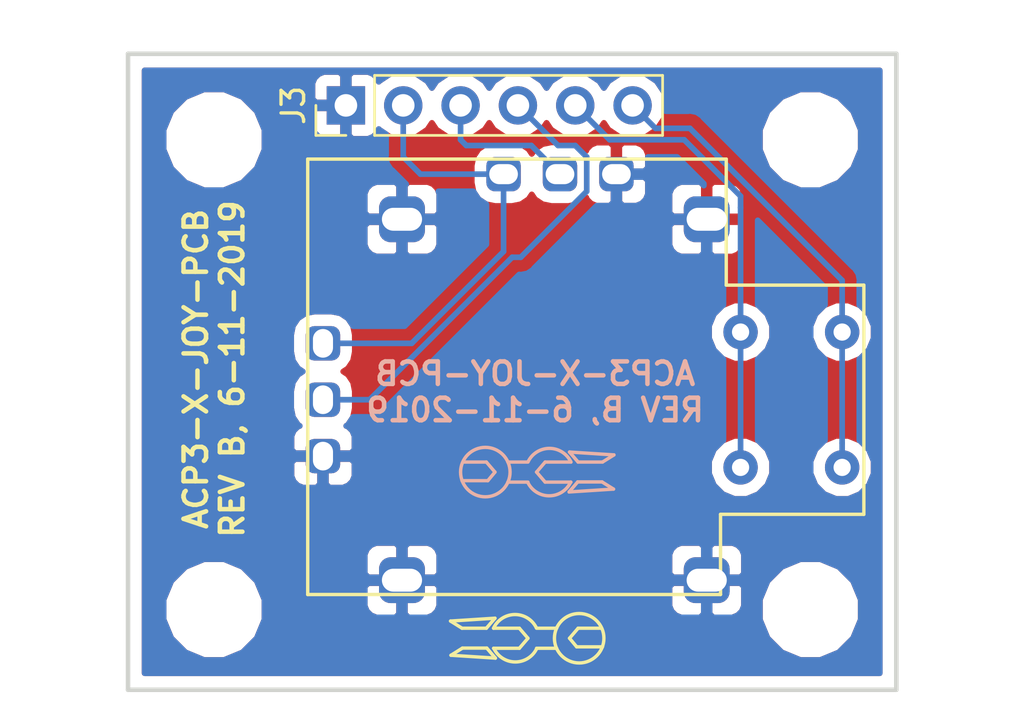
<source format=kicad_pcb>
(kicad_pcb (version 20171130) (host pcbnew "(5.0.0)")

  (general
    (thickness 1.6)
    (drawings 6)
    (tracks 31)
    (zones 0)
    (modules 8)
    (nets 7)
  )

  (page A4)
  (layers
    (0 F.Cu signal)
    (31 B.Cu signal)
    (32 B.Adhes user)
    (33 F.Adhes user)
    (34 B.Paste user)
    (35 F.Paste user)
    (36 B.SilkS user)
    (37 F.SilkS user)
    (38 B.Mask user)
    (39 F.Mask user)
    (40 Dwgs.User user)
    (41 Cmts.User user)
    (42 Eco1.User user)
    (43 Eco2.User user)
    (44 Edge.Cuts user)
    (45 Margin user)
    (46 B.CrtYd user)
    (47 F.CrtYd user)
    (48 B.Fab user)
    (49 F.Fab user)
  )

  (setup
    (last_trace_width 0.25)
    (trace_clearance 0.2)
    (zone_clearance 0.508)
    (zone_45_only no)
    (trace_min 0.2)
    (segment_width 0.2)
    (edge_width 0.1)
    (via_size 0.8)
    (via_drill 0.4)
    (via_min_size 0.4)
    (via_min_drill 0.3)
    (uvia_size 0.3)
    (uvia_drill 0.1)
    (uvias_allowed no)
    (uvia_min_size 0.2)
    (uvia_min_drill 0.1)
    (pcb_text_width 0.3)
    (pcb_text_size 1.5 1.5)
    (mod_edge_width 0.15)
    (mod_text_size 1 1)
    (mod_text_width 0.15)
    (pad_size 1.5 1.5)
    (pad_drill 0.6)
    (pad_to_mask_clearance 0.0508)
    (aux_axis_origin 0 0)
    (visible_elements 7FFFFFFF)
    (pcbplotparams
      (layerselection 0x010fc_ffffffff)
      (usegerberextensions false)
      (usegerberattributes false)
      (usegerberadvancedattributes false)
      (creategerberjobfile false)
      (excludeedgelayer true)
      (linewidth 0.254000)
      (plotframeref false)
      (viasonmask false)
      (mode 1)
      (useauxorigin false)
      (hpglpennumber 1)
      (hpglpenspeed 20)
      (hpglpendiameter 15.000000)
      (psnegative false)
      (psa4output false)
      (plotreference true)
      (plotvalue true)
      (plotinvisibletext false)
      (padsonsilk false)
      (subtractmaskfromsilk false)
      (outputformat 1)
      (mirror false)
      (drillshape 1)
      (scaleselection 1)
      (outputdirectory ""))
  )

  (net 0 "")
  (net 1 GND)
  (net 2 VCC)
  (net 3 16)
  (net 4 17)
  (net 5 BH)
  (net 6 10)

  (net_class Default "This is the default net class."
    (clearance 0.2)
    (trace_width 0.25)
    (via_dia 0.8)
    (via_drill 0.4)
    (uvia_dia 0.3)
    (uvia_drill 0.1)
    (add_net 10)
    (add_net 16)
    (add_net 17)
    (add_net BH)
    (add_net GND)
    (add_net VCC)
  )

  (module AOR_custom:JOYSTICK (layer F.Cu) (tedit 5D003120) (tstamp 5CC510AB)
    (at 131.404 95.344)
    (path /5CC518F3)
    (fp_text reference RV1 (at 1 -0.7) (layer F.SilkS) hide
      (effects (font (size 1.524 1.524) (thickness 0.3)))
    )
    (fp_text value joystick (at 1.75 -0.7) (layer F.SilkS) hide
      (effects (font (size 1.524 1.524) (thickness 0.3)))
    )
    (fp_line (start 7.366 -10.668) (end -11.176 -10.668) (layer F.SilkS) (width 0.15))
    (fp_line (start 7.366 -5.08) (end 7.366 -10.668) (layer F.SilkS) (width 0.15))
    (fp_line (start 13.462 -5.08) (end 7.366 -5.08) (layer F.SilkS) (width 0.15))
    (fp_line (start 13.462 5.08) (end 13.462 -5.08) (layer F.SilkS) (width 0.15))
    (fp_line (start 7.112 5.08) (end 13.462 5.08) (layer F.SilkS) (width 0.15))
    (fp_line (start 7.112 8.636) (end 7.112 5.08) (layer F.SilkS) (width 0.15))
    (fp_line (start -11.176 8.636) (end 7.112 8.636) (layer F.SilkS) (width 0.15))
    (fp_line (start -11.176 -10.668) (end -11.176 8.636) (layer F.SilkS) (width 0.15))
    (pad 14 thru_hole roundrect (at -7 8) (size 2.032 2.032) (drill oval 1.778 1.016) (layers *.Cu *.Mask) (roundrect_rratio 0.25)
      (net 1 GND))
    (pad 13 thru_hole roundrect (at 6.5 8) (size 2.032 2.032) (drill oval 1.778 1.016) (layers *.Cu *.Mask) (roundrect_rratio 0.25)
      (net 1 GND))
    (pad 12 thru_hole roundrect (at 6.5 -8) (size 2.032 2.032) (drill oval 1.778 1.016) (layers *.Cu *.Mask) (roundrect_rratio 0.25)
      (net 1 GND))
    (pad 11 thru_hole roundrect (at -7 -8) (size 2.032 2.032) (drill oval 1.778 1.016) (layers *.Cu *.Mask) (roundrect_rratio 0.25)
      (net 1 GND))
    (pad 10 thru_hole circle (at 12.5 3) (size 1.524 1.524) (drill 0.762) (layers *.Cu *.Mask)
      (net 6 10))
    (pad 9 thru_hole circle (at 8 3) (size 1.524 1.524) (drill 0.762) (layers *.Cu *.Mask)
      (net 5 BH))
    (pad 8 thru_hole circle (at 12.5 -3) (size 1.524 1.524) (drill 0.762) (layers *.Cu *.Mask)
      (net 6 10))
    (pad 7 thru_hole circle (at 8 -3) (size 1.524 1.524) (drill 0.762) (layers *.Cu *.Mask)
      (net 5 BH))
    (pad 6 thru_hole roundrect (at -10.5 2.5) (size 1.524 1.524) (drill oval 0.889 1.27) (layers *.Cu *.Mask) (roundrect_rratio 0.25)
      (net 1 GND))
    (pad 5 thru_hole roundrect (at -10.5 0) (size 1.524 1.524) (drill oval 0.889 1.27) (layers *.Cu *.Mask) (roundrect_rratio 0.25)
      (net 4 17))
    (pad 4 thru_hole roundrect (at -10.5 -2.5) (size 1.524 1.524) (drill oval 0.889 1.27) (layers *.Cu *.Mask) (roundrect_rratio 0.25)
      (net 2 VCC))
    (pad 3 thru_hole roundrect (at 2.5 -10) (size 1.524 1.524) (drill oval 1.27 0.889) (layers *.Cu *.Mask) (roundrect_rratio 0.25)
      (net 1 GND))
    (pad 2 thru_hole roundrect (at 0 -10) (size 1.524 1.524) (drill oval 1.27 0.889) (layers *.Cu *.Mask) (roundrect_rratio 0.25)
      (net 3 16))
    (pad 1 thru_hole roundrect (at -2.5 -10) (size 1.524 1.524) (drill oval 1.27 0.889) (layers *.Cu *.Mask) (roundrect_rratio 0.25)
      (net 2 VCC))
  )

  (module AOR_custom:AOR_LOGO (layer B.Cu) (tedit 5C26ADAA) (tstamp 5CC51C38)
    (at 130.302 98.552 180)
    (fp_text reference G*** (at 0 0 180) (layer B.SilkS) hide
      (effects (font (size 1.524 1.524) (thickness 0.3)) (justify mirror))
    )
    (fp_text value AOR_LOGO (at 0.75 0 180) (layer B.SilkS) hide
      (effects (font (size 1.524 1.524) (thickness 0.3)) (justify mirror))
    )
    (fp_circle (center 2.205821 0) (end 3.285321 -0.1905) (layer B.SilkS) (width 0.15))
    (fp_arc (start -0.622642 0) (end -1.575141 -0.444499) (angle 128.4180553) (layer B.SilkS) (width 0.15))
    (fp_arc (start -0.635 0) (end -1.587499 0.444499) (angle -128.4180553) (layer B.SilkS) (width 0.15))
    (fp_line (start -1.5875 0.4445) (end -0.4445 0.4445) (layer B.SilkS) (width 0.15))
    (fp_line (start -0.4445 0.4445) (end -0.0635 0) (layer B.SilkS) (width 0.15))
    (fp_line (start -0.0635 0) (end -0.4445 -0.4445) (layer B.SilkS) (width 0.15))
    (fp_line (start -0.4445 -0.4445) (end -1.5875 -0.4445) (layer B.SilkS) (width 0.15))
    (fp_line (start 0.3175 0.4445) (end 1.2065 0.4445) (layer B.SilkS) (width 0.15))
    (fp_line (start 0.3175 -0.4445) (end 1.2065 -0.4445) (layer B.SilkS) (width 0.15))
    (fp_line (start 1.778 0) (end 2.159 0.4445) (layer B.SilkS) (width 0.15))
    (fp_line (start 2.159 0.4445) (end 3.175 0.4445) (layer B.SilkS) (width 0.15))
    (fp_line (start 1.778 0) (end 2.0955 -0.381) (layer B.SilkS) (width 0.15))
    (fp_line (start 2.0955 -0.381) (end 3.2385 -0.381) (layer B.SilkS) (width 0.15))
    (fp_line (start -1.905 0.4445) (end -2.9845 0.4445) (layer B.SilkS) (width 0.15))
    (fp_line (start -2.9845 0.4445) (end -3.4925 0.762) (layer B.SilkS) (width 0.15))
    (fp_line (start -3.4925 0.762) (end -1.524 0.889) (layer B.SilkS) (width 0.15))
    (fp_line (start -1.524 0.889) (end -1.905 0.4445) (layer B.SilkS) (width 0.15))
    (fp_line (start -1.505128 -0.88103) (end -1.886128 -0.43653) (layer B.SilkS) (width 0.15))
    (fp_line (start -1.886128 -0.43653) (end -2.965628 -0.43653) (layer B.SilkS) (width 0.15))
    (fp_line (start -3.473628 -0.75403) (end -1.505128 -0.88103) (layer B.SilkS) (width 0.15))
    (fp_line (start -2.965628 -0.43653) (end -3.473628 -0.75403) (layer B.SilkS) (width 0.15))
  )

  (module MountingHole:MountingHole_3.2mm_M3 (layer F.Cu) (tedit 5CC50E71) (tstamp 5CC516B5)
    (at 116.078 83.82)
    (descr "Mounting Hole 3.2mm, no annular, M3")
    (tags "mounting hole 3.2mm no annular m3")
    (attr virtual)
    (fp_text reference "" (at 0 -4.2) (layer F.SilkS)
      (effects (font (size 1 1) (thickness 0.15)))
    )
    (fp_text value MountingHole_3.2mm_M3 (at 0 4.2) (layer F.Fab)
      (effects (font (size 1 1) (thickness 0.15)))
    )
    (fp_text user %R (at 0.3 0) (layer F.Fab)
      (effects (font (size 1 1) (thickness 0.15)))
    )
    (fp_circle (center 0 0) (end 3.2 0) (layer Cmts.User) (width 0.15))
    (fp_circle (center 0 0) (end 3.45 0) (layer F.CrtYd) (width 0.05))
    (pad 1 np_thru_hole circle (at 0 0) (size 3.2 3.2) (drill 3.2) (layers *.Cu *.Mask))
  )

  (module MountingHole:MountingHole_3.2mm_M3 (layer F.Cu) (tedit 5CC50E71) (tstamp 5CC516A7)
    (at 116.078 104.648)
    (descr "Mounting Hole 3.2mm, no annular, M3")
    (tags "mounting hole 3.2mm no annular m3")
    (attr virtual)
    (fp_text reference "" (at 0 -4.2) (layer F.SilkS)
      (effects (font (size 1 1) (thickness 0.15)))
    )
    (fp_text value MountingHole_3.2mm_M3 (at 0 4.2) (layer F.Fab)
      (effects (font (size 1 1) (thickness 0.15)))
    )
    (fp_circle (center 0 0) (end 3.45 0) (layer F.CrtYd) (width 0.05))
    (fp_circle (center 0 0) (end 3.2 0) (layer Cmts.User) (width 0.15))
    (fp_text user %R (at 0.3 0) (layer F.Fab)
      (effects (font (size 1 1) (thickness 0.15)))
    )
    (pad 1 np_thru_hole circle (at 0 0) (size 3.2 3.2) (drill 3.2) (layers *.Cu *.Mask))
  )

  (module MountingHole:MountingHole_3.2mm_M3 (layer F.Cu) (tedit 5CC50E71) (tstamp 5CC51699)
    (at 142.494 104.648)
    (descr "Mounting Hole 3.2mm, no annular, M3")
    (tags "mounting hole 3.2mm no annular m3")
    (attr virtual)
    (fp_text reference "" (at 0 -4.2) (layer F.SilkS)
      (effects (font (size 1 1) (thickness 0.15)))
    )
    (fp_text value MountingHole_3.2mm_M3 (at 0 4.2) (layer F.Fab)
      (effects (font (size 1 1) (thickness 0.15)))
    )
    (fp_text user %R (at 0.3 0) (layer F.Fab)
      (effects (font (size 1 1) (thickness 0.15)))
    )
    (fp_circle (center 0 0) (end 3.2 0) (layer Cmts.User) (width 0.15))
    (fp_circle (center 0 0) (end 3.45 0) (layer F.CrtYd) (width 0.05))
    (pad 1 np_thru_hole circle (at 0 0) (size 3.2 3.2) (drill 3.2) (layers *.Cu *.Mask))
  )

  (module Connector_PinHeader_2.54mm:PinHeader_1x06_P2.54mm_Vertical (layer F.Cu) (tedit 59FED5CC) (tstamp 5CC51091)
    (at 121.92 82.296 90)
    (descr "Through hole straight pin header, 1x06, 2.54mm pitch, single row")
    (tags "Through hole pin header THT 1x06 2.54mm single row")
    (path /5CC14918)
    (fp_text reference J3 (at 0 -2.33 90) (layer F.SilkS)
      (effects (font (size 1 1) (thickness 0.15)))
    )
    (fp_text value Conn_01x06 (at 0 15.03 90) (layer F.Fab)
      (effects (font (size 1 1) (thickness 0.15)))
    )
    (fp_line (start -0.635 -1.27) (end 1.27 -1.27) (layer F.Fab) (width 0.1))
    (fp_line (start 1.27 -1.27) (end 1.27 13.97) (layer F.Fab) (width 0.1))
    (fp_line (start 1.27 13.97) (end -1.27 13.97) (layer F.Fab) (width 0.1))
    (fp_line (start -1.27 13.97) (end -1.27 -0.635) (layer F.Fab) (width 0.1))
    (fp_line (start -1.27 -0.635) (end -0.635 -1.27) (layer F.Fab) (width 0.1))
    (fp_line (start -1.33 14.03) (end 1.33 14.03) (layer F.SilkS) (width 0.12))
    (fp_line (start -1.33 1.27) (end -1.33 14.03) (layer F.SilkS) (width 0.12))
    (fp_line (start 1.33 1.27) (end 1.33 14.03) (layer F.SilkS) (width 0.12))
    (fp_line (start -1.33 1.27) (end 1.33 1.27) (layer F.SilkS) (width 0.12))
    (fp_line (start -1.33 0) (end -1.33 -1.33) (layer F.SilkS) (width 0.12))
    (fp_line (start -1.33 -1.33) (end 0 -1.33) (layer F.SilkS) (width 0.12))
    (fp_line (start -1.8 -1.8) (end -1.8 14.5) (layer F.CrtYd) (width 0.05))
    (fp_line (start -1.8 14.5) (end 1.8 14.5) (layer F.CrtYd) (width 0.05))
    (fp_line (start 1.8 14.5) (end 1.8 -1.8) (layer F.CrtYd) (width 0.05))
    (fp_line (start 1.8 -1.8) (end -1.8 -1.8) (layer F.CrtYd) (width 0.05))
    (fp_text user %R (at 0 6.35 180) (layer F.Fab)
      (effects (font (size 1 1) (thickness 0.15)))
    )
    (pad 1 thru_hole rect (at 0 0 90) (size 1.7 1.7) (drill 1) (layers *.Cu *.Mask)
      (net 1 GND))
    (pad 2 thru_hole oval (at 0 2.54 90) (size 1.7 1.7) (drill 1) (layers *.Cu *.Mask)
      (net 2 VCC))
    (pad 3 thru_hole oval (at 0 5.08 90) (size 1.7 1.7) (drill 1) (layers *.Cu *.Mask)
      (net 3 16))
    (pad 4 thru_hole oval (at 0 7.62 90) (size 1.7 1.7) (drill 1) (layers *.Cu *.Mask)
      (net 4 17))
    (pad 5 thru_hole oval (at 0 10.16 90) (size 1.7 1.7) (drill 1) (layers *.Cu *.Mask)
      (net 5 BH))
    (pad 6 thru_hole oval (at 0 12.7 90) (size 1.7 1.7) (drill 1) (layers *.Cu *.Mask)
      (net 6 10))
    (model ${KISYS3DMOD}/Connector_PinHeader_2.54mm.3dshapes/PinHeader_1x06_P2.54mm_Vertical.wrl
      (at (xyz 0 0 0))
      (scale (xyz 1 1 1))
      (rotate (xyz 0 0 0))
    )
  )

  (module MountingHole:MountingHole_3.2mm_M3 (layer F.Cu) (tedit 5CC50E71) (tstamp 5CC51688)
    (at 142.494 83.82)
    (descr "Mounting Hole 3.2mm, no annular, M3")
    (tags "mounting hole 3.2mm no annular m3")
    (attr virtual)
    (fp_text reference "" (at 0 -4.2) (layer F.SilkS)
      (effects (font (size 1 1) (thickness 0.15)))
    )
    (fp_text value MountingHole_3.2mm_M3 (at 0 4.2) (layer F.Fab)
      (effects (font (size 1 1) (thickness 0.15)))
    )
    (fp_circle (center 0 0) (end 3.45 0) (layer F.CrtYd) (width 0.05))
    (fp_circle (center 0 0) (end 3.2 0) (layer Cmts.User) (width 0.15))
    (fp_text user %R (at 0.3 0) (layer F.Fab)
      (effects (font (size 1 1) (thickness 0.15)))
    )
    (pad 1 np_thru_hole circle (at 0 0) (size 3.2 3.2) (drill 3.2) (layers *.Cu *.Mask))
  )

  (module AOR_custom:AOR_LOGO (layer F.Cu) (tedit 5C26ADAA) (tstamp 5CC51C1E)
    (at 130.048 105.918)
    (fp_text reference G*** (at 0 0) (layer F.SilkS) hide
      (effects (font (size 1.524 1.524) (thickness 0.3)))
    )
    (fp_text value AOR_LOGO (at 0.75 0) (layer F.SilkS) hide
      (effects (font (size 1.524 1.524) (thickness 0.3)))
    )
    (fp_line (start -2.965628 0.43653) (end -3.473628 0.75403) (layer F.SilkS) (width 0.15))
    (fp_line (start -3.473628 0.75403) (end -1.505128 0.88103) (layer F.SilkS) (width 0.15))
    (fp_line (start -1.886128 0.43653) (end -2.965628 0.43653) (layer F.SilkS) (width 0.15))
    (fp_line (start -1.505128 0.88103) (end -1.886128 0.43653) (layer F.SilkS) (width 0.15))
    (fp_line (start -1.524 -0.889) (end -1.905 -0.4445) (layer F.SilkS) (width 0.15))
    (fp_line (start -3.4925 -0.762) (end -1.524 -0.889) (layer F.SilkS) (width 0.15))
    (fp_line (start -2.9845 -0.4445) (end -3.4925 -0.762) (layer F.SilkS) (width 0.15))
    (fp_line (start -1.905 -0.4445) (end -2.9845 -0.4445) (layer F.SilkS) (width 0.15))
    (fp_line (start 2.0955 0.381) (end 3.2385 0.381) (layer F.SilkS) (width 0.15))
    (fp_line (start 1.778 0) (end 2.0955 0.381) (layer F.SilkS) (width 0.15))
    (fp_line (start 2.159 -0.4445) (end 3.175 -0.4445) (layer F.SilkS) (width 0.15))
    (fp_line (start 1.778 0) (end 2.159 -0.4445) (layer F.SilkS) (width 0.15))
    (fp_line (start 0.3175 0.4445) (end 1.2065 0.4445) (layer F.SilkS) (width 0.15))
    (fp_line (start 0.3175 -0.4445) (end 1.2065 -0.4445) (layer F.SilkS) (width 0.15))
    (fp_line (start -0.4445 0.4445) (end -1.5875 0.4445) (layer F.SilkS) (width 0.15))
    (fp_line (start -0.0635 0) (end -0.4445 0.4445) (layer F.SilkS) (width 0.15))
    (fp_line (start -0.4445 -0.4445) (end -0.0635 0) (layer F.SilkS) (width 0.15))
    (fp_line (start -1.5875 -0.4445) (end -0.4445 -0.4445) (layer F.SilkS) (width 0.15))
    (fp_arc (start -0.635 0) (end -1.587499 -0.444499) (angle 128.4180553) (layer F.SilkS) (width 0.15))
    (fp_arc (start -0.622642 0) (end -1.575141 0.444499) (angle -128.4180553) (layer F.SilkS) (width 0.15))
    (fp_circle (center 2.205821 0) (end 3.285321 0.1905) (layer F.SilkS) (width 0.15))
  )

  (gr_text "ACP3-X-JOY-PCB\nREV B, 6-11-2019" (at 130.302 94.996) (layer B.SilkS) (tstamp 5CC51767)
    (effects (font (size 1 1) (thickness 0.2)) (justify mirror))
  )
  (gr_text "ACP3-X-JOY-PCB\nREV B, 6-11-2019" (at 116.078 93.98 90) (layer F.SilkS)
    (effects (font (size 1 1) (thickness 0.2)))
  )
  (gr_line (start 146.304 80.01) (end 112.268 80.01) (layer Edge.Cuts) (width 0.2))
  (gr_line (start 146.304 108.204) (end 146.304 80.01) (layer Edge.Cuts) (width 0.2))
  (gr_line (start 112.268 108.204) (end 146.304 108.204) (layer Edge.Cuts) (width 0.2))
  (gr_line (start 112.268 80.01) (end 112.268 108.204) (layer Edge.Cuts) (width 0.2))

  (segment (start 124.46 82.296) (end 124.46 84.582) (width 0.25) (layer B.Cu) (net 2))
  (segment (start 125.222 85.344) (end 128.904 85.344) (width 0.25) (layer B.Cu) (net 2))
  (segment (start 124.46 84.582) (end 125.222 85.344) (width 0.25) (layer B.Cu) (net 2))
  (segment (start 124.834 92.844) (end 120.904 92.844) (width 0.25) (layer B.Cu) (net 2))
  (segment (start 128.904 85.344) (end 128.904 88.774) (width 0.25) (layer B.Cu) (net 2))
  (segment (start 128.904 88.774) (end 124.834 92.844) (width 0.25) (layer B.Cu) (net 2))
  (segment (start 131.404 85.344) (end 130.134 84.074) (width 0.25) (layer B.Cu) (net 3))
  (segment (start 130.134 84.074) (end 127.254 84.074) (width 0.25) (layer B.Cu) (net 3))
  (segment (start 127 83.82) (end 127 82.296) (width 0.25) (layer B.Cu) (net 3))
  (segment (start 127.254 84.074) (end 127 83.82) (width 0.25) (layer B.Cu) (net 3))
  (segment (start 122.97041 95.344) (end 120.904 95.344) (width 0.25) (layer B.Cu) (net 4))
  (segment (start 129.286 89.02841) (end 122.97041 95.344) (width 0.25) (layer B.Cu) (net 4))
  (segment (start 129.54 82.296) (end 131.318 84.074) (width 0.25) (layer B.Cu) (net 4))
  (segment (start 131.318 84.074) (end 132.08 84.074) (width 0.25) (layer B.Cu) (net 4))
  (segment (start 132.08 84.074) (end 132.588 84.582) (width 0.25) (layer B.Cu) (net 4))
  (segment (start 132.588 84.582) (end 132.588 86.106) (width 0.25) (layer B.Cu) (net 4))
  (segment (start 132.588 86.106) (end 129.66559 89.02841) (width 0.25) (layer B.Cu) (net 4))
  (segment (start 129.66559 89.02841) (end 129.286 89.02841) (width 0.25) (layer B.Cu) (net 4))
  (segment (start 139.404 92.344) (end 139.404 98.344) (width 0.25) (layer B.Cu) (net 5))
  (segment (start 139.404 86.826) (end 139.404 92.344) (width 0.25) (layer B.Cu) (net 5))
  (segment (start 139.404 86.318) (end 139.404 86.826) (width 0.25) (layer B.Cu) (net 5))
  (segment (start 136.906 83.82) (end 139.404 86.318) (width 0.25) (layer B.Cu) (net 5))
  (segment (start 132.08 82.296) (end 133.604 83.82) (width 0.25) (layer B.Cu) (net 5))
  (segment (start 133.604 83.82) (end 136.906 83.82) (width 0.25) (layer B.Cu) (net 5))
  (segment (start 143.904 97.26637) (end 143.904 92.344) (width 0.25) (layer B.Cu) (net 6))
  (segment (start 143.904 98.344) (end 143.904 97.26637) (width 0.25) (layer B.Cu) (net 6))
  (segment (start 143.904 90.932) (end 143.904 92.344) (width 0.25) (layer B.Cu) (net 6))
  (segment (start 143.904 90.056) (end 143.904 90.932) (width 0.25) (layer B.Cu) (net 6))
  (segment (start 137.16 83.312) (end 143.904 90.056) (width 0.25) (layer B.Cu) (net 6))
  (segment (start 135.636 83.312) (end 137.16 83.312) (width 0.25) (layer B.Cu) (net 6))
  (segment (start 134.62 82.296) (end 135.636 83.312) (width 0.25) (layer B.Cu) (net 6))

  (zone (net 1) (net_name GND) (layer B.Cu) (tstamp 0) (hatch edge 0.508)
    (connect_pads (clearance 0.508))
    (min_thickness 0.254)
    (fill yes (arc_segments 16) (thermal_gap 0.508) (thermal_bridge_width 0.508))
    (polygon
      (pts
        (xy 112.268 80.01) (xy 146.304 80.01) (xy 146.304 108.204) (xy 112.268 108.204)
      )
    )
    (filled_polygon
      (pts
        (xy 145.569 107.469) (xy 113.003 107.469) (xy 113.003 104.203431) (xy 113.843 104.203431) (xy 113.843 105.092569)
        (xy 114.183259 105.914026) (xy 114.811974 106.542741) (xy 115.633431 106.883) (xy 116.522569 106.883) (xy 117.344026 106.542741)
        (xy 117.972741 105.914026) (xy 118.313 105.092569) (xy 118.313 104.203431) (xy 118.075374 103.62975) (xy 122.753 103.62975)
        (xy 122.753 104.48631) (xy 122.849673 104.719699) (xy 123.028302 104.898327) (xy 123.261691 104.995) (xy 124.11825 104.995)
        (xy 124.277 104.83625) (xy 124.277 103.471) (xy 124.531 103.471) (xy 124.531 104.83625) (xy 124.68975 104.995)
        (xy 125.546309 104.995) (xy 125.779698 104.898327) (xy 125.958327 104.719699) (xy 126.055 104.48631) (xy 126.055 103.62975)
        (xy 136.253 103.62975) (xy 136.253 104.48631) (xy 136.349673 104.719699) (xy 136.528302 104.898327) (xy 136.761691 104.995)
        (xy 137.61825 104.995) (xy 137.777 104.83625) (xy 137.777 103.471) (xy 138.031 103.471) (xy 138.031 104.83625)
        (xy 138.18975 104.995) (xy 139.046309 104.995) (xy 139.279698 104.898327) (xy 139.458327 104.719699) (xy 139.555 104.48631)
        (xy 139.555 104.203431) (xy 140.259 104.203431) (xy 140.259 105.092569) (xy 140.599259 105.914026) (xy 141.227974 106.542741)
        (xy 142.049431 106.883) (xy 142.938569 106.883) (xy 143.760026 106.542741) (xy 144.388741 105.914026) (xy 144.729 105.092569)
        (xy 144.729 104.203431) (xy 144.388741 103.381974) (xy 143.760026 102.753259) (xy 142.938569 102.413) (xy 142.049431 102.413)
        (xy 141.227974 102.753259) (xy 140.599259 103.381974) (xy 140.259 104.203431) (xy 139.555 104.203431) (xy 139.555 103.62975)
        (xy 139.39625 103.471) (xy 138.031 103.471) (xy 137.777 103.471) (xy 136.41175 103.471) (xy 136.253 103.62975)
        (xy 126.055 103.62975) (xy 125.89625 103.471) (xy 124.531 103.471) (xy 124.277 103.471) (xy 122.91175 103.471)
        (xy 122.753 103.62975) (xy 118.075374 103.62975) (xy 117.972741 103.381974) (xy 117.344026 102.753259) (xy 116.522569 102.413)
        (xy 115.633431 102.413) (xy 114.811974 102.753259) (xy 114.183259 103.381974) (xy 113.843 104.203431) (xy 113.003 104.203431)
        (xy 113.003 102.20169) (xy 122.753 102.20169) (xy 122.753 103.05825) (xy 122.91175 103.217) (xy 124.277 103.217)
        (xy 124.277 101.85175) (xy 124.531 101.85175) (xy 124.531 103.217) (xy 125.89625 103.217) (xy 126.055 103.05825)
        (xy 126.055 102.20169) (xy 136.253 102.20169) (xy 136.253 103.05825) (xy 136.41175 103.217) (xy 137.777 103.217)
        (xy 137.777 101.85175) (xy 138.031 101.85175) (xy 138.031 103.217) (xy 139.39625 103.217) (xy 139.555 103.05825)
        (xy 139.555 102.20169) (xy 139.458327 101.968301) (xy 139.279698 101.789673) (xy 139.046309 101.693) (xy 138.18975 101.693)
        (xy 138.031 101.85175) (xy 137.777 101.85175) (xy 137.61825 101.693) (xy 136.761691 101.693) (xy 136.528302 101.789673)
        (xy 136.349673 101.968301) (xy 136.253 102.20169) (xy 126.055 102.20169) (xy 125.958327 101.968301) (xy 125.779698 101.789673)
        (xy 125.546309 101.693) (xy 124.68975 101.693) (xy 124.531 101.85175) (xy 124.277 101.85175) (xy 124.11825 101.693)
        (xy 123.261691 101.693) (xy 123.028302 101.789673) (xy 122.849673 101.968301) (xy 122.753 102.20169) (xy 113.003 102.20169)
        (xy 113.003 98.12975) (xy 119.507 98.12975) (xy 119.507 98.73231) (xy 119.603673 98.965699) (xy 119.782302 99.144327)
        (xy 120.015691 99.241) (xy 120.61825 99.241) (xy 120.777 99.08225) (xy 120.777 97.971) (xy 121.031 97.971)
        (xy 121.031 99.08225) (xy 121.18975 99.241) (xy 121.792309 99.241) (xy 122.025698 99.144327) (xy 122.204327 98.965699)
        (xy 122.301 98.73231) (xy 122.301 98.12975) (xy 122.14225 97.971) (xy 121.031 97.971) (xy 120.777 97.971)
        (xy 119.66575 97.971) (xy 119.507 98.12975) (xy 113.003 98.12975) (xy 113.003 92.463) (xy 119.49456 92.463)
        (xy 119.49456 93.225) (xy 119.572845 93.618567) (xy 119.795783 93.952217) (xy 120.007976 94.094) (xy 119.795783 94.235783)
        (xy 119.572845 94.569433) (xy 119.49456 94.963) (xy 119.49456 95.725) (xy 119.572845 96.118567) (xy 119.795783 96.452217)
        (xy 119.875118 96.505227) (xy 119.782302 96.543673) (xy 119.603673 96.722301) (xy 119.507 96.95569) (xy 119.507 97.55825)
        (xy 119.66575 97.717) (xy 120.777 97.717) (xy 120.777 97.697) (xy 121.031 97.697) (xy 121.031 97.717)
        (xy 122.14225 97.717) (xy 122.301 97.55825) (xy 122.301 96.95569) (xy 122.204327 96.722301) (xy 122.025698 96.543673)
        (xy 121.932882 96.505227) (xy 122.012217 96.452217) (xy 122.235155 96.118567) (xy 122.238053 96.104) (xy 122.895563 96.104)
        (xy 122.97041 96.118888) (xy 123.045257 96.104) (xy 123.045262 96.104) (xy 123.266947 96.059904) (xy 123.518339 95.891929)
        (xy 123.560741 95.82847) (xy 129.599133 89.790079) (xy 129.66559 89.803298) (xy 129.740437 89.78841) (xy 129.740442 89.78841)
        (xy 129.962127 89.744314) (xy 130.213519 89.576339) (xy 130.255921 89.51288) (xy 132.139051 87.62975) (xy 136.253 87.62975)
        (xy 136.253 88.48631) (xy 136.349673 88.719699) (xy 136.528302 88.898327) (xy 136.761691 88.995) (xy 137.61825 88.995)
        (xy 137.777 88.83625) (xy 137.777 87.471) (xy 136.41175 87.471) (xy 136.253 87.62975) (xy 132.139051 87.62975)
        (xy 133.027802 86.741) (xy 133.61825 86.741) (xy 133.777 86.58225) (xy 133.777 85.471) (xy 134.031 85.471)
        (xy 134.031 86.58225) (xy 134.18975 86.741) (xy 134.792309 86.741) (xy 135.025698 86.644327) (xy 135.204327 86.465699)
        (xy 135.301 86.23231) (xy 135.301 85.62975) (xy 135.14225 85.471) (xy 134.031 85.471) (xy 133.777 85.471)
        (xy 133.757 85.471) (xy 133.757 85.217) (xy 133.777 85.217) (xy 133.777 85.197) (xy 134.031 85.197)
        (xy 134.031 85.217) (xy 135.14225 85.217) (xy 135.301 85.05825) (xy 135.301 84.58) (xy 136.591199 84.58)
        (xy 137.776998 85.7658) (xy 137.776998 85.851748) (xy 137.61825 85.693) (xy 136.761691 85.693) (xy 136.528302 85.789673)
        (xy 136.349673 85.968301) (xy 136.253 86.20169) (xy 136.253 87.05825) (xy 136.41175 87.217) (xy 137.777 87.217)
        (xy 137.777 87.197) (xy 138.031 87.197) (xy 138.031 87.217) (xy 138.051 87.217) (xy 138.051 87.471)
        (xy 138.031 87.471) (xy 138.031 88.83625) (xy 138.18975 88.995) (xy 138.644 88.995) (xy 138.644001 91.146699)
        (xy 138.612663 91.15968) (xy 138.21968 91.552663) (xy 138.007 92.066119) (xy 138.007 92.621881) (xy 138.21968 93.135337)
        (xy 138.612663 93.52832) (xy 138.644 93.5413) (xy 138.644001 97.146699) (xy 138.612663 97.15968) (xy 138.21968 97.552663)
        (xy 138.007 98.066119) (xy 138.007 98.621881) (xy 138.21968 99.135337) (xy 138.612663 99.52832) (xy 139.126119 99.741)
        (xy 139.681881 99.741) (xy 140.195337 99.52832) (xy 140.58832 99.135337) (xy 140.801 98.621881) (xy 140.801 98.066119)
        (xy 140.58832 97.552663) (xy 140.195337 97.15968) (xy 140.164 97.1467) (xy 140.164 93.5413) (xy 140.195337 93.52832)
        (xy 140.58832 93.135337) (xy 140.801 92.621881) (xy 140.801 92.066119) (xy 140.58832 91.552663) (xy 140.195337 91.15968)
        (xy 140.164 91.1467) (xy 140.164 87.390802) (xy 143.144 90.370802) (xy 143.144001 90.857145) (xy 143.144 90.857149)
        (xy 143.144 91.1467) (xy 143.112663 91.15968) (xy 142.71968 91.552663) (xy 142.507 92.066119) (xy 142.507 92.621881)
        (xy 142.71968 93.135337) (xy 143.112663 93.52832) (xy 143.144001 93.5413) (xy 143.144 97.1467) (xy 143.112663 97.15968)
        (xy 142.71968 97.552663) (xy 142.507 98.066119) (xy 142.507 98.621881) (xy 142.71968 99.135337) (xy 143.112663 99.52832)
        (xy 143.626119 99.741) (xy 144.181881 99.741) (xy 144.695337 99.52832) (xy 145.08832 99.135337) (xy 145.301 98.621881)
        (xy 145.301 98.066119) (xy 145.08832 97.552663) (xy 144.695337 97.15968) (xy 144.664 97.1467) (xy 144.664 93.5413)
        (xy 144.695337 93.52832) (xy 145.08832 93.135337) (xy 145.301 92.621881) (xy 145.301 92.066119) (xy 145.08832 91.552663)
        (xy 144.695337 91.15968) (xy 144.664 91.1467) (xy 144.664 90.130846) (xy 144.678888 90.055999) (xy 144.664 89.981152)
        (xy 144.664 89.981148) (xy 144.619904 89.759463) (xy 144.451929 89.508071) (xy 144.388473 89.465671) (xy 138.298233 83.375431)
        (xy 140.259 83.375431) (xy 140.259 84.264569) (xy 140.599259 85.086026) (xy 141.227974 85.714741) (xy 142.049431 86.055)
        (xy 142.938569 86.055) (xy 143.760026 85.714741) (xy 144.388741 85.086026) (xy 144.729 84.264569) (xy 144.729 83.375431)
        (xy 144.388741 82.553974) (xy 143.760026 81.925259) (xy 142.938569 81.585) (xy 142.049431 81.585) (xy 141.227974 81.925259)
        (xy 140.599259 82.553974) (xy 140.259 83.375431) (xy 138.298233 83.375431) (xy 137.750331 82.82753) (xy 137.707929 82.764071)
        (xy 137.456537 82.596096) (xy 137.234852 82.552) (xy 137.234847 82.552) (xy 137.16 82.537112) (xy 137.085153 82.552)
        (xy 136.083171 82.552) (xy 136.134092 82.296) (xy 136.018839 81.716582) (xy 135.690625 81.225375) (xy 135.199418 80.897161)
        (xy 134.766256 80.811) (xy 134.473744 80.811) (xy 134.040582 80.897161) (xy 133.549375 81.225375) (xy 133.35 81.523761)
        (xy 133.150625 81.225375) (xy 132.659418 80.897161) (xy 132.226256 80.811) (xy 131.933744 80.811) (xy 131.500582 80.897161)
        (xy 131.009375 81.225375) (xy 130.81 81.523761) (xy 130.610625 81.225375) (xy 130.119418 80.897161) (xy 129.686256 80.811)
        (xy 129.393744 80.811) (xy 128.960582 80.897161) (xy 128.469375 81.225375) (xy 128.27 81.523761) (xy 128.070625 81.225375)
        (xy 127.579418 80.897161) (xy 127.146256 80.811) (xy 126.853744 80.811) (xy 126.420582 80.897161) (xy 125.929375 81.225375)
        (xy 125.73 81.523761) (xy 125.530625 81.225375) (xy 125.039418 80.897161) (xy 124.606256 80.811) (xy 124.313744 80.811)
        (xy 123.880582 80.897161) (xy 123.389375 81.225375) (xy 123.374904 81.247033) (xy 123.308327 81.086302) (xy 123.129699 80.907673)
        (xy 122.89631 80.811) (xy 122.20575 80.811) (xy 122.047 80.96975) (xy 122.047 82.169) (xy 122.067 82.169)
        (xy 122.067 82.423) (xy 122.047 82.423) (xy 122.047 83.62225) (xy 122.20575 83.781) (xy 122.89631 83.781)
        (xy 123.129699 83.684327) (xy 123.308327 83.505698) (xy 123.374904 83.344967) (xy 123.389375 83.366625) (xy 123.700001 83.574178)
        (xy 123.700001 84.507148) (xy 123.685112 84.582) (xy 123.744097 84.878537) (xy 123.864178 85.05825) (xy 123.912072 85.129929)
        (xy 123.975528 85.172329) (xy 124.592974 85.789776) (xy 124.531 85.85175) (xy 124.531 87.217) (xy 125.89625 87.217)
        (xy 126.055 87.05825) (xy 126.055 86.20169) (xy 126.014535 86.104) (xy 127.569947 86.104) (xy 127.572845 86.118567)
        (xy 127.795783 86.452217) (xy 128.129433 86.675155) (xy 128.144 86.678053) (xy 128.144001 88.459197) (xy 124.519199 92.084)
        (xy 122.238053 92.084) (xy 122.235155 92.069433) (xy 122.012217 91.735783) (xy 121.678567 91.512845) (xy 121.285 91.43456)
        (xy 120.523 91.43456) (xy 120.129433 91.512845) (xy 119.795783 91.735783) (xy 119.572845 92.069433) (xy 119.49456 92.463)
        (xy 113.003 92.463) (xy 113.003 87.62975) (xy 122.753 87.62975) (xy 122.753 88.48631) (xy 122.849673 88.719699)
        (xy 123.028302 88.898327) (xy 123.261691 88.995) (xy 124.11825 88.995) (xy 124.277 88.83625) (xy 124.277 87.471)
        (xy 124.531 87.471) (xy 124.531 88.83625) (xy 124.68975 88.995) (xy 125.546309 88.995) (xy 125.779698 88.898327)
        (xy 125.958327 88.719699) (xy 126.055 88.48631) (xy 126.055 87.62975) (xy 125.89625 87.471) (xy 124.531 87.471)
        (xy 124.277 87.471) (xy 122.91175 87.471) (xy 122.753 87.62975) (xy 113.003 87.62975) (xy 113.003 86.20169)
        (xy 122.753 86.20169) (xy 122.753 87.05825) (xy 122.91175 87.217) (xy 124.277 87.217) (xy 124.277 85.85175)
        (xy 124.11825 85.693) (xy 123.261691 85.693) (xy 123.028302 85.789673) (xy 122.849673 85.968301) (xy 122.753 86.20169)
        (xy 113.003 86.20169) (xy 113.003 83.375431) (xy 113.843 83.375431) (xy 113.843 84.264569) (xy 114.183259 85.086026)
        (xy 114.811974 85.714741) (xy 115.633431 86.055) (xy 116.522569 86.055) (xy 117.344026 85.714741) (xy 117.972741 85.086026)
        (xy 118.313 84.264569) (xy 118.313 83.375431) (xy 117.984247 82.58175) (xy 120.435 82.58175) (xy 120.435 83.272309)
        (xy 120.531673 83.505698) (xy 120.710301 83.684327) (xy 120.94369 83.781) (xy 121.63425 83.781) (xy 121.793 83.62225)
        (xy 121.793 82.423) (xy 120.59375 82.423) (xy 120.435 82.58175) (xy 117.984247 82.58175) (xy 117.972741 82.553974)
        (xy 117.344026 81.925259) (xy 116.522569 81.585) (xy 115.633431 81.585) (xy 114.811974 81.925259) (xy 114.183259 82.553974)
        (xy 113.843 83.375431) (xy 113.003 83.375431) (xy 113.003 81.319691) (xy 120.435 81.319691) (xy 120.435 82.01025)
        (xy 120.59375 82.169) (xy 121.793 82.169) (xy 121.793 80.96975) (xy 121.63425 80.811) (xy 120.94369 80.811)
        (xy 120.710301 80.907673) (xy 120.531673 81.086302) (xy 120.435 81.319691) (xy 113.003 81.319691) (xy 113.003 80.745)
        (xy 145.569001 80.745)
      )
    )
  )
  (zone (net 1) (net_name GND) (layer F.Cu) (tstamp 0) (hatch edge 0.508)
    (connect_pads (clearance 0.508))
    (min_thickness 0.254)
    (fill yes (arc_segments 16) (thermal_gap 0.508) (thermal_bridge_width 0.508))
    (polygon
      (pts
        (xy 112.268 80.01) (xy 146.304 80.01) (xy 146.304 108.204) (xy 112.268 108.204)
      )
    )
    (filled_polygon
      (pts
        (xy 145.569 107.469) (xy 113.003 107.469) (xy 113.003 104.203431) (xy 113.843 104.203431) (xy 113.843 105.092569)
        (xy 114.183259 105.914026) (xy 114.811974 106.542741) (xy 115.633431 106.883) (xy 116.522569 106.883) (xy 117.344026 106.542741)
        (xy 117.972741 105.914026) (xy 118.313 105.092569) (xy 118.313 104.203431) (xy 118.075374 103.62975) (xy 122.753 103.62975)
        (xy 122.753 104.48631) (xy 122.849673 104.719699) (xy 123.028302 104.898327) (xy 123.261691 104.995) (xy 124.11825 104.995)
        (xy 124.277 104.83625) (xy 124.277 103.471) (xy 124.531 103.471) (xy 124.531 104.83625) (xy 124.68975 104.995)
        (xy 125.546309 104.995) (xy 125.779698 104.898327) (xy 125.958327 104.719699) (xy 126.055 104.48631) (xy 126.055 103.62975)
        (xy 136.253 103.62975) (xy 136.253 104.48631) (xy 136.349673 104.719699) (xy 136.528302 104.898327) (xy 136.761691 104.995)
        (xy 137.61825 104.995) (xy 137.777 104.83625) (xy 137.777 103.471) (xy 138.031 103.471) (xy 138.031 104.83625)
        (xy 138.18975 104.995) (xy 139.046309 104.995) (xy 139.279698 104.898327) (xy 139.458327 104.719699) (xy 139.555 104.48631)
        (xy 139.555 104.203431) (xy 140.259 104.203431) (xy 140.259 105.092569) (xy 140.599259 105.914026) (xy 141.227974 106.542741)
        (xy 142.049431 106.883) (xy 142.938569 106.883) (xy 143.760026 106.542741) (xy 144.388741 105.914026) (xy 144.729 105.092569)
        (xy 144.729 104.203431) (xy 144.388741 103.381974) (xy 143.760026 102.753259) (xy 142.938569 102.413) (xy 142.049431 102.413)
        (xy 141.227974 102.753259) (xy 140.599259 103.381974) (xy 140.259 104.203431) (xy 139.555 104.203431) (xy 139.555 103.62975)
        (xy 139.39625 103.471) (xy 138.031 103.471) (xy 137.777 103.471) (xy 136.41175 103.471) (xy 136.253 103.62975)
        (xy 126.055 103.62975) (xy 125.89625 103.471) (xy 124.531 103.471) (xy 124.277 103.471) (xy 122.91175 103.471)
        (xy 122.753 103.62975) (xy 118.075374 103.62975) (xy 117.972741 103.381974) (xy 117.344026 102.753259) (xy 116.522569 102.413)
        (xy 115.633431 102.413) (xy 114.811974 102.753259) (xy 114.183259 103.381974) (xy 113.843 104.203431) (xy 113.003 104.203431)
        (xy 113.003 102.20169) (xy 122.753 102.20169) (xy 122.753 103.05825) (xy 122.91175 103.217) (xy 124.277 103.217)
        (xy 124.277 101.85175) (xy 124.531 101.85175) (xy 124.531 103.217) (xy 125.89625 103.217) (xy 126.055 103.05825)
        (xy 126.055 102.20169) (xy 136.253 102.20169) (xy 136.253 103.05825) (xy 136.41175 103.217) (xy 137.777 103.217)
        (xy 137.777 101.85175) (xy 138.031 101.85175) (xy 138.031 103.217) (xy 139.39625 103.217) (xy 139.555 103.05825)
        (xy 139.555 102.20169) (xy 139.458327 101.968301) (xy 139.279698 101.789673) (xy 139.046309 101.693) (xy 138.18975 101.693)
        (xy 138.031 101.85175) (xy 137.777 101.85175) (xy 137.61825 101.693) (xy 136.761691 101.693) (xy 136.528302 101.789673)
        (xy 136.349673 101.968301) (xy 136.253 102.20169) (xy 126.055 102.20169) (xy 125.958327 101.968301) (xy 125.779698 101.789673)
        (xy 125.546309 101.693) (xy 124.68975 101.693) (xy 124.531 101.85175) (xy 124.277 101.85175) (xy 124.11825 101.693)
        (xy 123.261691 101.693) (xy 123.028302 101.789673) (xy 122.849673 101.968301) (xy 122.753 102.20169) (xy 113.003 102.20169)
        (xy 113.003 98.12975) (xy 119.507 98.12975) (xy 119.507 98.73231) (xy 119.603673 98.965699) (xy 119.782302 99.144327)
        (xy 120.015691 99.241) (xy 120.61825 99.241) (xy 120.777 99.08225) (xy 120.777 97.971) (xy 121.031 97.971)
        (xy 121.031 99.08225) (xy 121.18975 99.241) (xy 121.792309 99.241) (xy 122.025698 99.144327) (xy 122.204327 98.965699)
        (xy 122.301 98.73231) (xy 122.301 98.12975) (xy 122.237369 98.066119) (xy 138.007 98.066119) (xy 138.007 98.621881)
        (xy 138.21968 99.135337) (xy 138.612663 99.52832) (xy 139.126119 99.741) (xy 139.681881 99.741) (xy 140.195337 99.52832)
        (xy 140.58832 99.135337) (xy 140.801 98.621881) (xy 140.801 98.066119) (xy 142.507 98.066119) (xy 142.507 98.621881)
        (xy 142.71968 99.135337) (xy 143.112663 99.52832) (xy 143.626119 99.741) (xy 144.181881 99.741) (xy 144.695337 99.52832)
        (xy 145.08832 99.135337) (xy 145.301 98.621881) (xy 145.301 98.066119) (xy 145.08832 97.552663) (xy 144.695337 97.15968)
        (xy 144.181881 96.947) (xy 143.626119 96.947) (xy 143.112663 97.15968) (xy 142.71968 97.552663) (xy 142.507 98.066119)
        (xy 140.801 98.066119) (xy 140.58832 97.552663) (xy 140.195337 97.15968) (xy 139.681881 96.947) (xy 139.126119 96.947)
        (xy 138.612663 97.15968) (xy 138.21968 97.552663) (xy 138.007 98.066119) (xy 122.237369 98.066119) (xy 122.14225 97.971)
        (xy 121.031 97.971) (xy 120.777 97.971) (xy 119.66575 97.971) (xy 119.507 98.12975) (xy 113.003 98.12975)
        (xy 113.003 92.463) (xy 119.49456 92.463) (xy 119.49456 93.225) (xy 119.572845 93.618567) (xy 119.795783 93.952217)
        (xy 120.007976 94.094) (xy 119.795783 94.235783) (xy 119.572845 94.569433) (xy 119.49456 94.963) (xy 119.49456 95.725)
        (xy 119.572845 96.118567) (xy 119.795783 96.452217) (xy 119.875118 96.505227) (xy 119.782302 96.543673) (xy 119.603673 96.722301)
        (xy 119.507 96.95569) (xy 119.507 97.55825) (xy 119.66575 97.717) (xy 120.777 97.717) (xy 120.777 97.697)
        (xy 121.031 97.697) (xy 121.031 97.717) (xy 122.14225 97.717) (xy 122.301 97.55825) (xy 122.301 96.95569)
        (xy 122.204327 96.722301) (xy 122.025698 96.543673) (xy 121.932882 96.505227) (xy 122.012217 96.452217) (xy 122.235155 96.118567)
        (xy 122.31344 95.725) (xy 122.31344 94.963) (xy 122.235155 94.569433) (xy 122.012217 94.235783) (xy 121.800024 94.094)
        (xy 122.012217 93.952217) (xy 122.235155 93.618567) (xy 122.31344 93.225) (xy 122.31344 92.463) (xy 122.235155 92.069433)
        (xy 122.232941 92.066119) (xy 138.007 92.066119) (xy 138.007 92.621881) (xy 138.21968 93.135337) (xy 138.612663 93.52832)
        (xy 139.126119 93.741) (xy 139.681881 93.741) (xy 140.195337 93.52832) (xy 140.58832 93.135337) (xy 140.801 92.621881)
        (xy 140.801 92.066119) (xy 142.507 92.066119) (xy 142.507 92.621881) (xy 142.71968 93.135337) (xy 143.112663 93.52832)
        (xy 143.626119 93.741) (xy 144.181881 93.741) (xy 144.695337 93.52832) (xy 145.08832 93.135337) (xy 145.301 92.621881)
        (xy 145.301 92.066119) (xy 145.08832 91.552663) (xy 144.695337 91.15968) (xy 144.181881 90.947) (xy 143.626119 90.947)
        (xy 143.112663 91.15968) (xy 142.71968 91.552663) (xy 142.507 92.066119) (xy 140.801 92.066119) (xy 140.58832 91.552663)
        (xy 140.195337 91.15968) (xy 139.681881 90.947) (xy 139.126119 90.947) (xy 138.612663 91.15968) (xy 138.21968 91.552663)
        (xy 138.007 92.066119) (xy 122.232941 92.066119) (xy 122.012217 91.735783) (xy 121.678567 91.512845) (xy 121.285 91.43456)
        (xy 120.523 91.43456) (xy 120.129433 91.512845) (xy 119.795783 91.735783) (xy 119.572845 92.069433) (xy 119.49456 92.463)
        (xy 113.003 92.463) (xy 113.003 87.62975) (xy 122.753 87.62975) (xy 122.753 88.48631) (xy 122.849673 88.719699)
        (xy 123.028302 88.898327) (xy 123.261691 88.995) (xy 124.11825 88.995) (xy 124.277 88.83625) (xy 124.277 87.471)
        (xy 124.531 87.471) (xy 124.531 88.83625) (xy 124.68975 88.995) (xy 125.546309 88.995) (xy 125.779698 88.898327)
        (xy 125.958327 88.719699) (xy 126.055 88.48631) (xy 126.055 87.62975) (xy 136.253 87.62975) (xy 136.253 88.48631)
        (xy 136.349673 88.719699) (xy 136.528302 88.898327) (xy 136.761691 88.995) (xy 137.61825 88.995) (xy 137.777 88.83625)
        (xy 137.777 87.471) (xy 138.031 87.471) (xy 138.031 88.83625) (xy 138.18975 88.995) (xy 139.046309 88.995)
        (xy 139.279698 88.898327) (xy 139.458327 88.719699) (xy 139.555 88.48631) (xy 139.555 87.62975) (xy 139.39625 87.471)
        (xy 138.031 87.471) (xy 137.777 87.471) (xy 136.41175 87.471) (xy 136.253 87.62975) (xy 126.055 87.62975)
        (xy 125.89625 87.471) (xy 124.531 87.471) (xy 124.277 87.471) (xy 122.91175 87.471) (xy 122.753 87.62975)
        (xy 113.003 87.62975) (xy 113.003 86.20169) (xy 122.753 86.20169) (xy 122.753 87.05825) (xy 122.91175 87.217)
        (xy 124.277 87.217) (xy 124.277 85.85175) (xy 124.531 85.85175) (xy 124.531 87.217) (xy 125.89625 87.217)
        (xy 126.055 87.05825) (xy 126.055 86.20169) (xy 125.958327 85.968301) (xy 125.779698 85.789673) (xy 125.546309 85.693)
        (xy 124.68975 85.693) (xy 124.531 85.85175) (xy 124.277 85.85175) (xy 124.11825 85.693) (xy 123.261691 85.693)
        (xy 123.028302 85.789673) (xy 122.849673 85.968301) (xy 122.753 86.20169) (xy 113.003 86.20169) (xy 113.003 83.375431)
        (xy 113.843 83.375431) (xy 113.843 84.264569) (xy 114.183259 85.086026) (xy 114.811974 85.714741) (xy 115.633431 86.055)
        (xy 116.522569 86.055) (xy 117.344026 85.714741) (xy 117.972741 85.086026) (xy 118.0237 84.963) (xy 127.49456 84.963)
        (xy 127.49456 85.725) (xy 127.572845 86.118567) (xy 127.795783 86.452217) (xy 128.129433 86.675155) (xy 128.523 86.75344)
        (xy 129.285 86.75344) (xy 129.678567 86.675155) (xy 130.012217 86.452217) (xy 130.154 86.240024) (xy 130.295783 86.452217)
        (xy 130.629433 86.675155) (xy 131.023 86.75344) (xy 131.785 86.75344) (xy 132.178567 86.675155) (xy 132.512217 86.452217)
        (xy 132.565227 86.372882) (xy 132.603673 86.465699) (xy 132.782302 86.644327) (xy 133.015691 86.741) (xy 133.61825 86.741)
        (xy 133.777 86.58225) (xy 133.777 85.471) (xy 134.031 85.471) (xy 134.031 86.58225) (xy 134.18975 86.741)
        (xy 134.792309 86.741) (xy 135.025698 86.644327) (xy 135.204327 86.465699) (xy 135.301 86.23231) (xy 135.301 86.20169)
        (xy 136.253 86.20169) (xy 136.253 87.05825) (xy 136.41175 87.217) (xy 137.777 87.217) (xy 137.777 85.85175)
        (xy 138.031 85.85175) (xy 138.031 87.217) (xy 139.39625 87.217) (xy 139.555 87.05825) (xy 139.555 86.20169)
        (xy 139.458327 85.968301) (xy 139.279698 85.789673) (xy 139.046309 85.693) (xy 138.18975 85.693) (xy 138.031 85.85175)
        (xy 137.777 85.85175) (xy 137.61825 85.693) (xy 136.761691 85.693) (xy 136.528302 85.789673) (xy 136.349673 85.968301)
        (xy 136.253 86.20169) (xy 135.301 86.20169) (xy 135.301 85.62975) (xy 135.14225 85.471) (xy 134.031 85.471)
        (xy 133.777 85.471) (xy 133.757 85.471) (xy 133.757 85.217) (xy 133.777 85.217) (xy 133.777 84.10575)
        (xy 134.031 84.10575) (xy 134.031 85.217) (xy 135.14225 85.217) (xy 135.301 85.05825) (xy 135.301 84.45569)
        (xy 135.204327 84.222301) (xy 135.025698 84.043673) (xy 134.792309 83.947) (xy 134.18975 83.947) (xy 134.031 84.10575)
        (xy 133.777 84.10575) (xy 133.61825 83.947) (xy 133.015691 83.947) (xy 132.782302 84.043673) (xy 132.603673 84.222301)
        (xy 132.565227 84.315118) (xy 132.512217 84.235783) (xy 132.178567 84.012845) (xy 131.785 83.93456) (xy 131.023 83.93456)
        (xy 130.629433 84.012845) (xy 130.295783 84.235783) (xy 130.154 84.447976) (xy 130.012217 84.235783) (xy 129.678567 84.012845)
        (xy 129.285 83.93456) (xy 128.523 83.93456) (xy 128.129433 84.012845) (xy 127.795783 84.235783) (xy 127.572845 84.569433)
        (xy 127.49456 84.963) (xy 118.0237 84.963) (xy 118.313 84.264569) (xy 118.313 83.375431) (xy 117.984247 82.58175)
        (xy 120.435 82.58175) (xy 120.435 83.272309) (xy 120.531673 83.505698) (xy 120.710301 83.684327) (xy 120.94369 83.781)
        (xy 121.63425 83.781) (xy 121.793 83.62225) (xy 121.793 82.423) (xy 120.59375 82.423) (xy 120.435 82.58175)
        (xy 117.984247 82.58175) (xy 117.972741 82.553974) (xy 117.344026 81.925259) (xy 116.522569 81.585) (xy 115.633431 81.585)
        (xy 114.811974 81.925259) (xy 114.183259 82.553974) (xy 113.843 83.375431) (xy 113.003 83.375431) (xy 113.003 81.319691)
        (xy 120.435 81.319691) (xy 120.435 82.01025) (xy 120.59375 82.169) (xy 121.793 82.169) (xy 121.793 80.96975)
        (xy 122.047 80.96975) (xy 122.047 82.169) (xy 122.067 82.169) (xy 122.067 82.423) (xy 122.047 82.423)
        (xy 122.047 83.62225) (xy 122.20575 83.781) (xy 122.89631 83.781) (xy 123.129699 83.684327) (xy 123.308327 83.505698)
        (xy 123.374904 83.344967) (xy 123.389375 83.366625) (xy 123.880582 83.694839) (xy 124.313744 83.781) (xy 124.606256 83.781)
        (xy 125.039418 83.694839) (xy 125.530625 83.366625) (xy 125.73 83.068239) (xy 125.929375 83.366625) (xy 126.420582 83.694839)
        (xy 126.853744 83.781) (xy 127.146256 83.781) (xy 127.579418 83.694839) (xy 128.070625 83.366625) (xy 128.27 83.068239)
        (xy 128.469375 83.366625) (xy 128.960582 83.694839) (xy 129.393744 83.781) (xy 129.686256 83.781) (xy 130.119418 83.694839)
        (xy 130.610625 83.366625) (xy 130.81 83.068239) (xy 131.009375 83.366625) (xy 131.500582 83.694839) (xy 131.933744 83.781)
        (xy 132.226256 83.781) (xy 132.659418 83.694839) (xy 133.150625 83.366625) (xy 133.35 83.068239) (xy 133.549375 83.366625)
        (xy 134.040582 83.694839) (xy 134.473744 83.781) (xy 134.766256 83.781) (xy 135.199418 83.694839) (xy 135.677445 83.375431)
        (xy 140.259 83.375431) (xy 140.259 84.264569) (xy 140.599259 85.086026) (xy 141.227974 85.714741) (xy 142.049431 86.055)
        (xy 142.938569 86.055) (xy 143.760026 85.714741) (xy 144.388741 85.086026) (xy 144.729 84.264569) (xy 144.729 83.375431)
        (xy 144.388741 82.553974) (xy 143.760026 81.925259) (xy 142.938569 81.585) (xy 142.049431 81.585) (xy 141.227974 81.925259)
        (xy 140.599259 82.553974) (xy 140.259 83.375431) (xy 135.677445 83.375431) (xy 135.690625 83.366625) (xy 136.018839 82.875418)
        (xy 136.134092 82.296) (xy 136.018839 81.716582) (xy 135.690625 81.225375) (xy 135.199418 80.897161) (xy 134.766256 80.811)
        (xy 134.473744 80.811) (xy 134.040582 80.897161) (xy 133.549375 81.225375) (xy 133.35 81.523761) (xy 133.150625 81.225375)
        (xy 132.659418 80.897161) (xy 132.226256 80.811) (xy 131.933744 80.811) (xy 131.500582 80.897161) (xy 131.009375 81.225375)
        (xy 130.81 81.523761) (xy 130.610625 81.225375) (xy 130.119418 80.897161) (xy 129.686256 80.811) (xy 129.393744 80.811)
        (xy 128.960582 80.897161) (xy 128.469375 81.225375) (xy 128.27 81.523761) (xy 128.070625 81.225375) (xy 127.579418 80.897161)
        (xy 127.146256 80.811) (xy 126.853744 80.811) (xy 126.420582 80.897161) (xy 125.929375 81.225375) (xy 125.73 81.523761)
        (xy 125.530625 81.225375) (xy 125.039418 80.897161) (xy 124.606256 80.811) (xy 124.313744 80.811) (xy 123.880582 80.897161)
        (xy 123.389375 81.225375) (xy 123.374904 81.247033) (xy 123.308327 81.086302) (xy 123.129699 80.907673) (xy 122.89631 80.811)
        (xy 122.20575 80.811) (xy 122.047 80.96975) (xy 121.793 80.96975) (xy 121.63425 80.811) (xy 120.94369 80.811)
        (xy 120.710301 80.907673) (xy 120.531673 81.086302) (xy 120.435 81.319691) (xy 113.003 81.319691) (xy 113.003 80.745)
        (xy 145.569001 80.745)
      )
    )
  )
)

</source>
